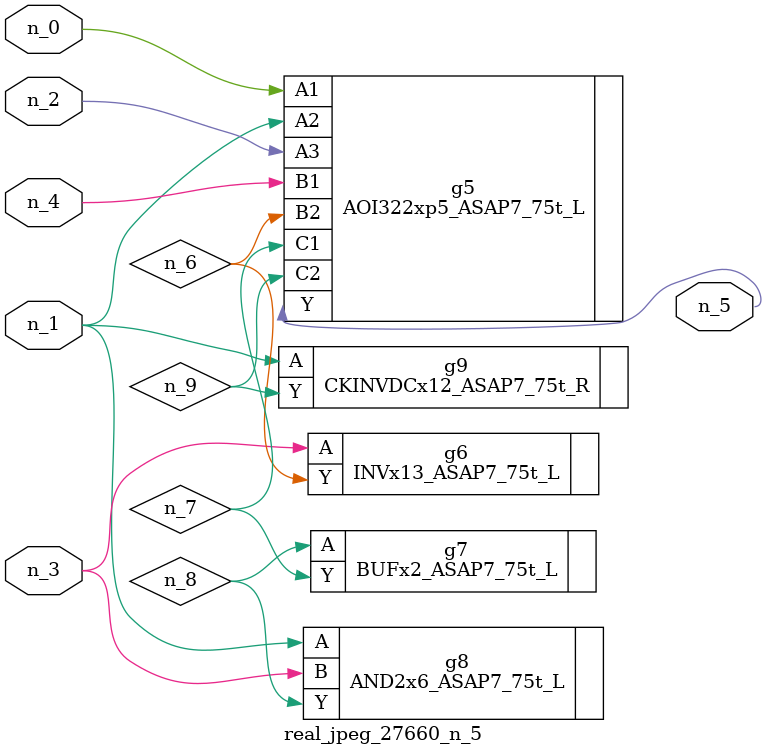
<source format=v>
module real_jpeg_27660_n_5 (n_4, n_0, n_1, n_2, n_3, n_5);

input n_4;
input n_0;
input n_1;
input n_2;
input n_3;

output n_5;

wire n_8;
wire n_6;
wire n_7;
wire n_9;

AOI322xp5_ASAP7_75t_L g5 ( 
.A1(n_0),
.A2(n_1),
.A3(n_2),
.B1(n_4),
.B2(n_6),
.C1(n_7),
.C2(n_9),
.Y(n_5)
);

AND2x6_ASAP7_75t_L g8 ( 
.A(n_1),
.B(n_3),
.Y(n_8)
);

CKINVDCx12_ASAP7_75t_R g9 ( 
.A(n_1),
.Y(n_9)
);

INVx13_ASAP7_75t_L g6 ( 
.A(n_3),
.Y(n_6)
);

BUFx2_ASAP7_75t_L g7 ( 
.A(n_8),
.Y(n_7)
);


endmodule
</source>
